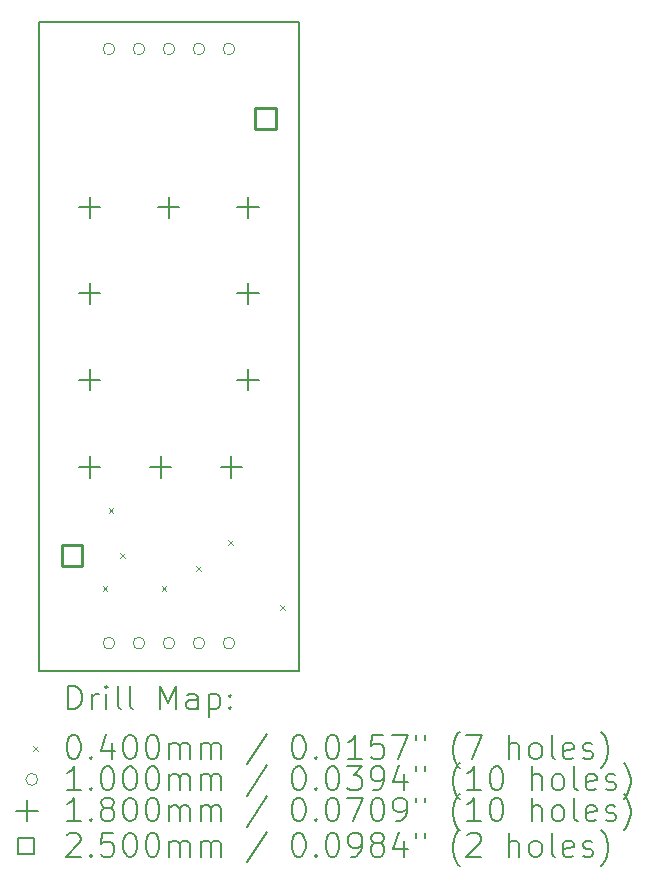
<source format=gbr>
%FSLAX45Y45*%
G04 Gerber Fmt 4.5, Leading zero omitted, Abs format (unit mm)*
G04 Created by KiCad (PCBNEW (6.0.5)) date 2022-08-24 21:54:44*
%MOMM*%
%LPD*%
G01*
G04 APERTURE LIST*
%TA.AperFunction,Profile*%
%ADD10C,0.200000*%
%TD*%
%ADD11C,0.200000*%
%ADD12C,0.040000*%
%ADD13C,0.100000*%
%ADD14C,0.180000*%
%ADD15C,0.250000*%
G04 APERTURE END LIST*
D10*
X15580000Y-5000000D02*
X17780000Y-5000000D01*
X17780000Y-5000000D02*
X17780000Y-10500000D01*
X17780000Y-10500000D02*
X15580000Y-10500000D01*
X15580000Y-10500000D02*
X15580000Y-5000000D01*
D11*
D12*
X16120000Y-9780000D02*
X16160000Y-9820000D01*
X16160000Y-9780000D02*
X16120000Y-9820000D01*
X16170000Y-9120000D02*
X16210000Y-9160000D01*
X16210000Y-9120000D02*
X16170000Y-9160000D01*
X16270000Y-9500000D02*
X16310000Y-9540000D01*
X16310000Y-9500000D02*
X16270000Y-9540000D01*
X16620000Y-9780000D02*
X16660000Y-9820000D01*
X16660000Y-9780000D02*
X16620000Y-9820000D01*
X16910000Y-9610000D02*
X16950000Y-9650000D01*
X16950000Y-9610000D02*
X16910000Y-9650000D01*
X17180000Y-9390000D02*
X17220000Y-9430000D01*
X17220000Y-9390000D02*
X17180000Y-9430000D01*
X17620000Y-9940000D02*
X17660000Y-9980000D01*
X17660000Y-9940000D02*
X17620000Y-9980000D01*
D13*
X16222500Y-5230000D02*
G75*
G03*
X16222500Y-5230000I-50000J0D01*
G01*
X16222500Y-10260000D02*
G75*
G03*
X16222500Y-10260000I-50000J0D01*
G01*
X16476500Y-5230000D02*
G75*
G03*
X16476500Y-5230000I-50000J0D01*
G01*
X16476500Y-10260000D02*
G75*
G03*
X16476500Y-10260000I-50000J0D01*
G01*
X16730500Y-5230000D02*
G75*
G03*
X16730500Y-5230000I-50000J0D01*
G01*
X16730500Y-10260000D02*
G75*
G03*
X16730500Y-10260000I-50000J0D01*
G01*
X16984500Y-5230000D02*
G75*
G03*
X16984500Y-5230000I-50000J0D01*
G01*
X16984500Y-10260000D02*
G75*
G03*
X16984500Y-10260000I-50000J0D01*
G01*
X17238500Y-5230000D02*
G75*
G03*
X17238500Y-5230000I-50000J0D01*
G01*
X17238500Y-10260000D02*
G75*
G03*
X17238500Y-10260000I-50000J0D01*
G01*
D14*
X16010000Y-6480000D02*
X16010000Y-6660000D01*
X15920000Y-6570000D02*
X16100000Y-6570000D01*
X16010000Y-7210000D02*
X16010000Y-7390000D01*
X15920000Y-7300000D02*
X16100000Y-7300000D01*
X16010000Y-7940000D02*
X16010000Y-8120000D01*
X15920000Y-8030000D02*
X16100000Y-8030000D01*
X16010000Y-8680000D02*
X16010000Y-8860000D01*
X15920000Y-8770000D02*
X16100000Y-8770000D01*
X16610000Y-8680000D02*
X16610000Y-8860000D01*
X16520000Y-8770000D02*
X16700000Y-8770000D01*
X16680000Y-6480000D02*
X16680000Y-6660000D01*
X16590000Y-6570000D02*
X16770000Y-6570000D01*
X17210000Y-8680000D02*
X17210000Y-8860000D01*
X17120000Y-8770000D02*
X17300000Y-8770000D01*
X17350000Y-6480000D02*
X17350000Y-6660000D01*
X17260000Y-6570000D02*
X17440000Y-6570000D01*
X17350000Y-7210000D02*
X17350000Y-7390000D01*
X17260000Y-7300000D02*
X17440000Y-7300000D01*
X17350000Y-7940000D02*
X17350000Y-8120000D01*
X17260000Y-8030000D02*
X17440000Y-8030000D01*
D15*
X15948389Y-9608389D02*
X15948389Y-9431611D01*
X15771611Y-9431611D01*
X15771611Y-9608389D01*
X15948389Y-9608389D01*
X17588389Y-5908389D02*
X17588389Y-5731611D01*
X17411611Y-5731611D01*
X17411611Y-5908389D01*
X17588389Y-5908389D01*
D11*
X15827619Y-10820476D02*
X15827619Y-10620476D01*
X15875238Y-10620476D01*
X15903809Y-10630000D01*
X15922857Y-10649048D01*
X15932381Y-10668095D01*
X15941905Y-10706190D01*
X15941905Y-10734762D01*
X15932381Y-10772857D01*
X15922857Y-10791905D01*
X15903809Y-10810952D01*
X15875238Y-10820476D01*
X15827619Y-10820476D01*
X16027619Y-10820476D02*
X16027619Y-10687143D01*
X16027619Y-10725238D02*
X16037143Y-10706190D01*
X16046667Y-10696667D01*
X16065714Y-10687143D01*
X16084762Y-10687143D01*
X16151428Y-10820476D02*
X16151428Y-10687143D01*
X16151428Y-10620476D02*
X16141905Y-10630000D01*
X16151428Y-10639524D01*
X16160952Y-10630000D01*
X16151428Y-10620476D01*
X16151428Y-10639524D01*
X16275238Y-10820476D02*
X16256190Y-10810952D01*
X16246667Y-10791905D01*
X16246667Y-10620476D01*
X16380000Y-10820476D02*
X16360952Y-10810952D01*
X16351428Y-10791905D01*
X16351428Y-10620476D01*
X16608571Y-10820476D02*
X16608571Y-10620476D01*
X16675238Y-10763333D01*
X16741905Y-10620476D01*
X16741905Y-10820476D01*
X16922857Y-10820476D02*
X16922857Y-10715714D01*
X16913333Y-10696667D01*
X16894286Y-10687143D01*
X16856190Y-10687143D01*
X16837143Y-10696667D01*
X16922857Y-10810952D02*
X16903810Y-10820476D01*
X16856190Y-10820476D01*
X16837143Y-10810952D01*
X16827619Y-10791905D01*
X16827619Y-10772857D01*
X16837143Y-10753810D01*
X16856190Y-10744286D01*
X16903810Y-10744286D01*
X16922857Y-10734762D01*
X17018095Y-10687143D02*
X17018095Y-10887143D01*
X17018095Y-10696667D02*
X17037143Y-10687143D01*
X17075238Y-10687143D01*
X17094286Y-10696667D01*
X17103810Y-10706190D01*
X17113333Y-10725238D01*
X17113333Y-10782381D01*
X17103810Y-10801429D01*
X17094286Y-10810952D01*
X17075238Y-10820476D01*
X17037143Y-10820476D01*
X17018095Y-10810952D01*
X17199048Y-10801429D02*
X17208571Y-10810952D01*
X17199048Y-10820476D01*
X17189524Y-10810952D01*
X17199048Y-10801429D01*
X17199048Y-10820476D01*
X17199048Y-10696667D02*
X17208571Y-10706190D01*
X17199048Y-10715714D01*
X17189524Y-10706190D01*
X17199048Y-10696667D01*
X17199048Y-10715714D01*
D12*
X15530000Y-11130000D02*
X15570000Y-11170000D01*
X15570000Y-11130000D02*
X15530000Y-11170000D01*
D11*
X15865714Y-11040476D02*
X15884762Y-11040476D01*
X15903809Y-11050000D01*
X15913333Y-11059524D01*
X15922857Y-11078571D01*
X15932381Y-11116667D01*
X15932381Y-11164286D01*
X15922857Y-11202381D01*
X15913333Y-11221428D01*
X15903809Y-11230952D01*
X15884762Y-11240476D01*
X15865714Y-11240476D01*
X15846667Y-11230952D01*
X15837143Y-11221428D01*
X15827619Y-11202381D01*
X15818095Y-11164286D01*
X15818095Y-11116667D01*
X15827619Y-11078571D01*
X15837143Y-11059524D01*
X15846667Y-11050000D01*
X15865714Y-11040476D01*
X16018095Y-11221428D02*
X16027619Y-11230952D01*
X16018095Y-11240476D01*
X16008571Y-11230952D01*
X16018095Y-11221428D01*
X16018095Y-11240476D01*
X16199048Y-11107143D02*
X16199048Y-11240476D01*
X16151428Y-11030952D02*
X16103809Y-11173810D01*
X16227619Y-11173810D01*
X16341905Y-11040476D02*
X16360952Y-11040476D01*
X16380000Y-11050000D01*
X16389524Y-11059524D01*
X16399048Y-11078571D01*
X16408571Y-11116667D01*
X16408571Y-11164286D01*
X16399048Y-11202381D01*
X16389524Y-11221428D01*
X16380000Y-11230952D01*
X16360952Y-11240476D01*
X16341905Y-11240476D01*
X16322857Y-11230952D01*
X16313333Y-11221428D01*
X16303809Y-11202381D01*
X16294286Y-11164286D01*
X16294286Y-11116667D01*
X16303809Y-11078571D01*
X16313333Y-11059524D01*
X16322857Y-11050000D01*
X16341905Y-11040476D01*
X16532381Y-11040476D02*
X16551428Y-11040476D01*
X16570476Y-11050000D01*
X16580000Y-11059524D01*
X16589524Y-11078571D01*
X16599048Y-11116667D01*
X16599048Y-11164286D01*
X16589524Y-11202381D01*
X16580000Y-11221428D01*
X16570476Y-11230952D01*
X16551428Y-11240476D01*
X16532381Y-11240476D01*
X16513333Y-11230952D01*
X16503809Y-11221428D01*
X16494286Y-11202381D01*
X16484762Y-11164286D01*
X16484762Y-11116667D01*
X16494286Y-11078571D01*
X16503809Y-11059524D01*
X16513333Y-11050000D01*
X16532381Y-11040476D01*
X16684762Y-11240476D02*
X16684762Y-11107143D01*
X16684762Y-11126190D02*
X16694286Y-11116667D01*
X16713333Y-11107143D01*
X16741905Y-11107143D01*
X16760952Y-11116667D01*
X16770476Y-11135714D01*
X16770476Y-11240476D01*
X16770476Y-11135714D02*
X16780000Y-11116667D01*
X16799048Y-11107143D01*
X16827619Y-11107143D01*
X16846667Y-11116667D01*
X16856190Y-11135714D01*
X16856190Y-11240476D01*
X16951429Y-11240476D02*
X16951429Y-11107143D01*
X16951429Y-11126190D02*
X16960952Y-11116667D01*
X16980000Y-11107143D01*
X17008571Y-11107143D01*
X17027619Y-11116667D01*
X17037143Y-11135714D01*
X17037143Y-11240476D01*
X17037143Y-11135714D02*
X17046667Y-11116667D01*
X17065714Y-11107143D01*
X17094286Y-11107143D01*
X17113333Y-11116667D01*
X17122857Y-11135714D01*
X17122857Y-11240476D01*
X17513333Y-11030952D02*
X17341905Y-11288095D01*
X17770476Y-11040476D02*
X17789524Y-11040476D01*
X17808571Y-11050000D01*
X17818095Y-11059524D01*
X17827619Y-11078571D01*
X17837143Y-11116667D01*
X17837143Y-11164286D01*
X17827619Y-11202381D01*
X17818095Y-11221428D01*
X17808571Y-11230952D01*
X17789524Y-11240476D01*
X17770476Y-11240476D01*
X17751429Y-11230952D01*
X17741905Y-11221428D01*
X17732381Y-11202381D01*
X17722857Y-11164286D01*
X17722857Y-11116667D01*
X17732381Y-11078571D01*
X17741905Y-11059524D01*
X17751429Y-11050000D01*
X17770476Y-11040476D01*
X17922857Y-11221428D02*
X17932381Y-11230952D01*
X17922857Y-11240476D01*
X17913333Y-11230952D01*
X17922857Y-11221428D01*
X17922857Y-11240476D01*
X18056190Y-11040476D02*
X18075238Y-11040476D01*
X18094286Y-11050000D01*
X18103810Y-11059524D01*
X18113333Y-11078571D01*
X18122857Y-11116667D01*
X18122857Y-11164286D01*
X18113333Y-11202381D01*
X18103810Y-11221428D01*
X18094286Y-11230952D01*
X18075238Y-11240476D01*
X18056190Y-11240476D01*
X18037143Y-11230952D01*
X18027619Y-11221428D01*
X18018095Y-11202381D01*
X18008571Y-11164286D01*
X18008571Y-11116667D01*
X18018095Y-11078571D01*
X18027619Y-11059524D01*
X18037143Y-11050000D01*
X18056190Y-11040476D01*
X18313333Y-11240476D02*
X18199048Y-11240476D01*
X18256190Y-11240476D02*
X18256190Y-11040476D01*
X18237143Y-11069048D01*
X18218095Y-11088095D01*
X18199048Y-11097619D01*
X18494286Y-11040476D02*
X18399048Y-11040476D01*
X18389524Y-11135714D01*
X18399048Y-11126190D01*
X18418095Y-11116667D01*
X18465714Y-11116667D01*
X18484762Y-11126190D01*
X18494286Y-11135714D01*
X18503810Y-11154762D01*
X18503810Y-11202381D01*
X18494286Y-11221428D01*
X18484762Y-11230952D01*
X18465714Y-11240476D01*
X18418095Y-11240476D01*
X18399048Y-11230952D01*
X18389524Y-11221428D01*
X18570476Y-11040476D02*
X18703810Y-11040476D01*
X18618095Y-11240476D01*
X18770476Y-11040476D02*
X18770476Y-11078571D01*
X18846667Y-11040476D02*
X18846667Y-11078571D01*
X19141905Y-11316667D02*
X19132381Y-11307143D01*
X19113333Y-11278571D01*
X19103810Y-11259524D01*
X19094286Y-11230952D01*
X19084762Y-11183333D01*
X19084762Y-11145238D01*
X19094286Y-11097619D01*
X19103810Y-11069048D01*
X19113333Y-11050000D01*
X19132381Y-11021429D01*
X19141905Y-11011905D01*
X19199048Y-11040476D02*
X19332381Y-11040476D01*
X19246667Y-11240476D01*
X19560952Y-11240476D02*
X19560952Y-11040476D01*
X19646667Y-11240476D02*
X19646667Y-11135714D01*
X19637143Y-11116667D01*
X19618095Y-11107143D01*
X19589524Y-11107143D01*
X19570476Y-11116667D01*
X19560952Y-11126190D01*
X19770476Y-11240476D02*
X19751429Y-11230952D01*
X19741905Y-11221428D01*
X19732381Y-11202381D01*
X19732381Y-11145238D01*
X19741905Y-11126190D01*
X19751429Y-11116667D01*
X19770476Y-11107143D01*
X19799048Y-11107143D01*
X19818095Y-11116667D01*
X19827619Y-11126190D01*
X19837143Y-11145238D01*
X19837143Y-11202381D01*
X19827619Y-11221428D01*
X19818095Y-11230952D01*
X19799048Y-11240476D01*
X19770476Y-11240476D01*
X19951429Y-11240476D02*
X19932381Y-11230952D01*
X19922857Y-11211905D01*
X19922857Y-11040476D01*
X20103810Y-11230952D02*
X20084762Y-11240476D01*
X20046667Y-11240476D01*
X20027619Y-11230952D01*
X20018095Y-11211905D01*
X20018095Y-11135714D01*
X20027619Y-11116667D01*
X20046667Y-11107143D01*
X20084762Y-11107143D01*
X20103810Y-11116667D01*
X20113333Y-11135714D01*
X20113333Y-11154762D01*
X20018095Y-11173810D01*
X20189524Y-11230952D02*
X20208571Y-11240476D01*
X20246667Y-11240476D01*
X20265714Y-11230952D01*
X20275238Y-11211905D01*
X20275238Y-11202381D01*
X20265714Y-11183333D01*
X20246667Y-11173810D01*
X20218095Y-11173810D01*
X20199048Y-11164286D01*
X20189524Y-11145238D01*
X20189524Y-11135714D01*
X20199048Y-11116667D01*
X20218095Y-11107143D01*
X20246667Y-11107143D01*
X20265714Y-11116667D01*
X20341905Y-11316667D02*
X20351429Y-11307143D01*
X20370476Y-11278571D01*
X20380000Y-11259524D01*
X20389524Y-11230952D01*
X20399048Y-11183333D01*
X20399048Y-11145238D01*
X20389524Y-11097619D01*
X20380000Y-11069048D01*
X20370476Y-11050000D01*
X20351429Y-11021429D01*
X20341905Y-11011905D01*
D13*
X15570000Y-11414000D02*
G75*
G03*
X15570000Y-11414000I-50000J0D01*
G01*
D11*
X15932381Y-11504476D02*
X15818095Y-11504476D01*
X15875238Y-11504476D02*
X15875238Y-11304476D01*
X15856190Y-11333048D01*
X15837143Y-11352095D01*
X15818095Y-11361619D01*
X16018095Y-11485428D02*
X16027619Y-11494952D01*
X16018095Y-11504476D01*
X16008571Y-11494952D01*
X16018095Y-11485428D01*
X16018095Y-11504476D01*
X16151428Y-11304476D02*
X16170476Y-11304476D01*
X16189524Y-11314000D01*
X16199048Y-11323524D01*
X16208571Y-11342571D01*
X16218095Y-11380667D01*
X16218095Y-11428286D01*
X16208571Y-11466381D01*
X16199048Y-11485428D01*
X16189524Y-11494952D01*
X16170476Y-11504476D01*
X16151428Y-11504476D01*
X16132381Y-11494952D01*
X16122857Y-11485428D01*
X16113333Y-11466381D01*
X16103809Y-11428286D01*
X16103809Y-11380667D01*
X16113333Y-11342571D01*
X16122857Y-11323524D01*
X16132381Y-11314000D01*
X16151428Y-11304476D01*
X16341905Y-11304476D02*
X16360952Y-11304476D01*
X16380000Y-11314000D01*
X16389524Y-11323524D01*
X16399048Y-11342571D01*
X16408571Y-11380667D01*
X16408571Y-11428286D01*
X16399048Y-11466381D01*
X16389524Y-11485428D01*
X16380000Y-11494952D01*
X16360952Y-11504476D01*
X16341905Y-11504476D01*
X16322857Y-11494952D01*
X16313333Y-11485428D01*
X16303809Y-11466381D01*
X16294286Y-11428286D01*
X16294286Y-11380667D01*
X16303809Y-11342571D01*
X16313333Y-11323524D01*
X16322857Y-11314000D01*
X16341905Y-11304476D01*
X16532381Y-11304476D02*
X16551428Y-11304476D01*
X16570476Y-11314000D01*
X16580000Y-11323524D01*
X16589524Y-11342571D01*
X16599048Y-11380667D01*
X16599048Y-11428286D01*
X16589524Y-11466381D01*
X16580000Y-11485428D01*
X16570476Y-11494952D01*
X16551428Y-11504476D01*
X16532381Y-11504476D01*
X16513333Y-11494952D01*
X16503809Y-11485428D01*
X16494286Y-11466381D01*
X16484762Y-11428286D01*
X16484762Y-11380667D01*
X16494286Y-11342571D01*
X16503809Y-11323524D01*
X16513333Y-11314000D01*
X16532381Y-11304476D01*
X16684762Y-11504476D02*
X16684762Y-11371143D01*
X16684762Y-11390190D02*
X16694286Y-11380667D01*
X16713333Y-11371143D01*
X16741905Y-11371143D01*
X16760952Y-11380667D01*
X16770476Y-11399714D01*
X16770476Y-11504476D01*
X16770476Y-11399714D02*
X16780000Y-11380667D01*
X16799048Y-11371143D01*
X16827619Y-11371143D01*
X16846667Y-11380667D01*
X16856190Y-11399714D01*
X16856190Y-11504476D01*
X16951429Y-11504476D02*
X16951429Y-11371143D01*
X16951429Y-11390190D02*
X16960952Y-11380667D01*
X16980000Y-11371143D01*
X17008571Y-11371143D01*
X17027619Y-11380667D01*
X17037143Y-11399714D01*
X17037143Y-11504476D01*
X17037143Y-11399714D02*
X17046667Y-11380667D01*
X17065714Y-11371143D01*
X17094286Y-11371143D01*
X17113333Y-11380667D01*
X17122857Y-11399714D01*
X17122857Y-11504476D01*
X17513333Y-11294952D02*
X17341905Y-11552095D01*
X17770476Y-11304476D02*
X17789524Y-11304476D01*
X17808571Y-11314000D01*
X17818095Y-11323524D01*
X17827619Y-11342571D01*
X17837143Y-11380667D01*
X17837143Y-11428286D01*
X17827619Y-11466381D01*
X17818095Y-11485428D01*
X17808571Y-11494952D01*
X17789524Y-11504476D01*
X17770476Y-11504476D01*
X17751429Y-11494952D01*
X17741905Y-11485428D01*
X17732381Y-11466381D01*
X17722857Y-11428286D01*
X17722857Y-11380667D01*
X17732381Y-11342571D01*
X17741905Y-11323524D01*
X17751429Y-11314000D01*
X17770476Y-11304476D01*
X17922857Y-11485428D02*
X17932381Y-11494952D01*
X17922857Y-11504476D01*
X17913333Y-11494952D01*
X17922857Y-11485428D01*
X17922857Y-11504476D01*
X18056190Y-11304476D02*
X18075238Y-11304476D01*
X18094286Y-11314000D01*
X18103810Y-11323524D01*
X18113333Y-11342571D01*
X18122857Y-11380667D01*
X18122857Y-11428286D01*
X18113333Y-11466381D01*
X18103810Y-11485428D01*
X18094286Y-11494952D01*
X18075238Y-11504476D01*
X18056190Y-11504476D01*
X18037143Y-11494952D01*
X18027619Y-11485428D01*
X18018095Y-11466381D01*
X18008571Y-11428286D01*
X18008571Y-11380667D01*
X18018095Y-11342571D01*
X18027619Y-11323524D01*
X18037143Y-11314000D01*
X18056190Y-11304476D01*
X18189524Y-11304476D02*
X18313333Y-11304476D01*
X18246667Y-11380667D01*
X18275238Y-11380667D01*
X18294286Y-11390190D01*
X18303810Y-11399714D01*
X18313333Y-11418762D01*
X18313333Y-11466381D01*
X18303810Y-11485428D01*
X18294286Y-11494952D01*
X18275238Y-11504476D01*
X18218095Y-11504476D01*
X18199048Y-11494952D01*
X18189524Y-11485428D01*
X18408571Y-11504476D02*
X18446667Y-11504476D01*
X18465714Y-11494952D01*
X18475238Y-11485428D01*
X18494286Y-11456857D01*
X18503810Y-11418762D01*
X18503810Y-11342571D01*
X18494286Y-11323524D01*
X18484762Y-11314000D01*
X18465714Y-11304476D01*
X18427619Y-11304476D01*
X18408571Y-11314000D01*
X18399048Y-11323524D01*
X18389524Y-11342571D01*
X18389524Y-11390190D01*
X18399048Y-11409238D01*
X18408571Y-11418762D01*
X18427619Y-11428286D01*
X18465714Y-11428286D01*
X18484762Y-11418762D01*
X18494286Y-11409238D01*
X18503810Y-11390190D01*
X18675238Y-11371143D02*
X18675238Y-11504476D01*
X18627619Y-11294952D02*
X18580000Y-11437809D01*
X18703810Y-11437809D01*
X18770476Y-11304476D02*
X18770476Y-11342571D01*
X18846667Y-11304476D02*
X18846667Y-11342571D01*
X19141905Y-11580667D02*
X19132381Y-11571143D01*
X19113333Y-11542571D01*
X19103810Y-11523524D01*
X19094286Y-11494952D01*
X19084762Y-11447333D01*
X19084762Y-11409238D01*
X19094286Y-11361619D01*
X19103810Y-11333048D01*
X19113333Y-11314000D01*
X19132381Y-11285428D01*
X19141905Y-11275905D01*
X19322857Y-11504476D02*
X19208571Y-11504476D01*
X19265714Y-11504476D02*
X19265714Y-11304476D01*
X19246667Y-11333048D01*
X19227619Y-11352095D01*
X19208571Y-11361619D01*
X19446667Y-11304476D02*
X19465714Y-11304476D01*
X19484762Y-11314000D01*
X19494286Y-11323524D01*
X19503810Y-11342571D01*
X19513333Y-11380667D01*
X19513333Y-11428286D01*
X19503810Y-11466381D01*
X19494286Y-11485428D01*
X19484762Y-11494952D01*
X19465714Y-11504476D01*
X19446667Y-11504476D01*
X19427619Y-11494952D01*
X19418095Y-11485428D01*
X19408571Y-11466381D01*
X19399048Y-11428286D01*
X19399048Y-11380667D01*
X19408571Y-11342571D01*
X19418095Y-11323524D01*
X19427619Y-11314000D01*
X19446667Y-11304476D01*
X19751429Y-11504476D02*
X19751429Y-11304476D01*
X19837143Y-11504476D02*
X19837143Y-11399714D01*
X19827619Y-11380667D01*
X19808571Y-11371143D01*
X19780000Y-11371143D01*
X19760952Y-11380667D01*
X19751429Y-11390190D01*
X19960952Y-11504476D02*
X19941905Y-11494952D01*
X19932381Y-11485428D01*
X19922857Y-11466381D01*
X19922857Y-11409238D01*
X19932381Y-11390190D01*
X19941905Y-11380667D01*
X19960952Y-11371143D01*
X19989524Y-11371143D01*
X20008571Y-11380667D01*
X20018095Y-11390190D01*
X20027619Y-11409238D01*
X20027619Y-11466381D01*
X20018095Y-11485428D01*
X20008571Y-11494952D01*
X19989524Y-11504476D01*
X19960952Y-11504476D01*
X20141905Y-11504476D02*
X20122857Y-11494952D01*
X20113333Y-11475905D01*
X20113333Y-11304476D01*
X20294286Y-11494952D02*
X20275238Y-11504476D01*
X20237143Y-11504476D01*
X20218095Y-11494952D01*
X20208571Y-11475905D01*
X20208571Y-11399714D01*
X20218095Y-11380667D01*
X20237143Y-11371143D01*
X20275238Y-11371143D01*
X20294286Y-11380667D01*
X20303810Y-11399714D01*
X20303810Y-11418762D01*
X20208571Y-11437809D01*
X20380000Y-11494952D02*
X20399048Y-11504476D01*
X20437143Y-11504476D01*
X20456190Y-11494952D01*
X20465714Y-11475905D01*
X20465714Y-11466381D01*
X20456190Y-11447333D01*
X20437143Y-11437809D01*
X20408571Y-11437809D01*
X20389524Y-11428286D01*
X20380000Y-11409238D01*
X20380000Y-11399714D01*
X20389524Y-11380667D01*
X20408571Y-11371143D01*
X20437143Y-11371143D01*
X20456190Y-11380667D01*
X20532381Y-11580667D02*
X20541905Y-11571143D01*
X20560952Y-11542571D01*
X20570476Y-11523524D01*
X20580000Y-11494952D01*
X20589524Y-11447333D01*
X20589524Y-11409238D01*
X20580000Y-11361619D01*
X20570476Y-11333048D01*
X20560952Y-11314000D01*
X20541905Y-11285428D01*
X20532381Y-11275905D01*
D14*
X15480000Y-11588000D02*
X15480000Y-11768000D01*
X15390000Y-11678000D02*
X15570000Y-11678000D01*
D11*
X15932381Y-11768476D02*
X15818095Y-11768476D01*
X15875238Y-11768476D02*
X15875238Y-11568476D01*
X15856190Y-11597048D01*
X15837143Y-11616095D01*
X15818095Y-11625619D01*
X16018095Y-11749428D02*
X16027619Y-11758952D01*
X16018095Y-11768476D01*
X16008571Y-11758952D01*
X16018095Y-11749428D01*
X16018095Y-11768476D01*
X16141905Y-11654190D02*
X16122857Y-11644667D01*
X16113333Y-11635143D01*
X16103809Y-11616095D01*
X16103809Y-11606571D01*
X16113333Y-11587524D01*
X16122857Y-11578000D01*
X16141905Y-11568476D01*
X16180000Y-11568476D01*
X16199048Y-11578000D01*
X16208571Y-11587524D01*
X16218095Y-11606571D01*
X16218095Y-11616095D01*
X16208571Y-11635143D01*
X16199048Y-11644667D01*
X16180000Y-11654190D01*
X16141905Y-11654190D01*
X16122857Y-11663714D01*
X16113333Y-11673238D01*
X16103809Y-11692286D01*
X16103809Y-11730381D01*
X16113333Y-11749428D01*
X16122857Y-11758952D01*
X16141905Y-11768476D01*
X16180000Y-11768476D01*
X16199048Y-11758952D01*
X16208571Y-11749428D01*
X16218095Y-11730381D01*
X16218095Y-11692286D01*
X16208571Y-11673238D01*
X16199048Y-11663714D01*
X16180000Y-11654190D01*
X16341905Y-11568476D02*
X16360952Y-11568476D01*
X16380000Y-11578000D01*
X16389524Y-11587524D01*
X16399048Y-11606571D01*
X16408571Y-11644667D01*
X16408571Y-11692286D01*
X16399048Y-11730381D01*
X16389524Y-11749428D01*
X16380000Y-11758952D01*
X16360952Y-11768476D01*
X16341905Y-11768476D01*
X16322857Y-11758952D01*
X16313333Y-11749428D01*
X16303809Y-11730381D01*
X16294286Y-11692286D01*
X16294286Y-11644667D01*
X16303809Y-11606571D01*
X16313333Y-11587524D01*
X16322857Y-11578000D01*
X16341905Y-11568476D01*
X16532381Y-11568476D02*
X16551428Y-11568476D01*
X16570476Y-11578000D01*
X16580000Y-11587524D01*
X16589524Y-11606571D01*
X16599048Y-11644667D01*
X16599048Y-11692286D01*
X16589524Y-11730381D01*
X16580000Y-11749428D01*
X16570476Y-11758952D01*
X16551428Y-11768476D01*
X16532381Y-11768476D01*
X16513333Y-11758952D01*
X16503809Y-11749428D01*
X16494286Y-11730381D01*
X16484762Y-11692286D01*
X16484762Y-11644667D01*
X16494286Y-11606571D01*
X16503809Y-11587524D01*
X16513333Y-11578000D01*
X16532381Y-11568476D01*
X16684762Y-11768476D02*
X16684762Y-11635143D01*
X16684762Y-11654190D02*
X16694286Y-11644667D01*
X16713333Y-11635143D01*
X16741905Y-11635143D01*
X16760952Y-11644667D01*
X16770476Y-11663714D01*
X16770476Y-11768476D01*
X16770476Y-11663714D02*
X16780000Y-11644667D01*
X16799048Y-11635143D01*
X16827619Y-11635143D01*
X16846667Y-11644667D01*
X16856190Y-11663714D01*
X16856190Y-11768476D01*
X16951429Y-11768476D02*
X16951429Y-11635143D01*
X16951429Y-11654190D02*
X16960952Y-11644667D01*
X16980000Y-11635143D01*
X17008571Y-11635143D01*
X17027619Y-11644667D01*
X17037143Y-11663714D01*
X17037143Y-11768476D01*
X17037143Y-11663714D02*
X17046667Y-11644667D01*
X17065714Y-11635143D01*
X17094286Y-11635143D01*
X17113333Y-11644667D01*
X17122857Y-11663714D01*
X17122857Y-11768476D01*
X17513333Y-11558952D02*
X17341905Y-11816095D01*
X17770476Y-11568476D02*
X17789524Y-11568476D01*
X17808571Y-11578000D01*
X17818095Y-11587524D01*
X17827619Y-11606571D01*
X17837143Y-11644667D01*
X17837143Y-11692286D01*
X17827619Y-11730381D01*
X17818095Y-11749428D01*
X17808571Y-11758952D01*
X17789524Y-11768476D01*
X17770476Y-11768476D01*
X17751429Y-11758952D01*
X17741905Y-11749428D01*
X17732381Y-11730381D01*
X17722857Y-11692286D01*
X17722857Y-11644667D01*
X17732381Y-11606571D01*
X17741905Y-11587524D01*
X17751429Y-11578000D01*
X17770476Y-11568476D01*
X17922857Y-11749428D02*
X17932381Y-11758952D01*
X17922857Y-11768476D01*
X17913333Y-11758952D01*
X17922857Y-11749428D01*
X17922857Y-11768476D01*
X18056190Y-11568476D02*
X18075238Y-11568476D01*
X18094286Y-11578000D01*
X18103810Y-11587524D01*
X18113333Y-11606571D01*
X18122857Y-11644667D01*
X18122857Y-11692286D01*
X18113333Y-11730381D01*
X18103810Y-11749428D01*
X18094286Y-11758952D01*
X18075238Y-11768476D01*
X18056190Y-11768476D01*
X18037143Y-11758952D01*
X18027619Y-11749428D01*
X18018095Y-11730381D01*
X18008571Y-11692286D01*
X18008571Y-11644667D01*
X18018095Y-11606571D01*
X18027619Y-11587524D01*
X18037143Y-11578000D01*
X18056190Y-11568476D01*
X18189524Y-11568476D02*
X18322857Y-11568476D01*
X18237143Y-11768476D01*
X18437143Y-11568476D02*
X18456190Y-11568476D01*
X18475238Y-11578000D01*
X18484762Y-11587524D01*
X18494286Y-11606571D01*
X18503810Y-11644667D01*
X18503810Y-11692286D01*
X18494286Y-11730381D01*
X18484762Y-11749428D01*
X18475238Y-11758952D01*
X18456190Y-11768476D01*
X18437143Y-11768476D01*
X18418095Y-11758952D01*
X18408571Y-11749428D01*
X18399048Y-11730381D01*
X18389524Y-11692286D01*
X18389524Y-11644667D01*
X18399048Y-11606571D01*
X18408571Y-11587524D01*
X18418095Y-11578000D01*
X18437143Y-11568476D01*
X18599048Y-11768476D02*
X18637143Y-11768476D01*
X18656190Y-11758952D01*
X18665714Y-11749428D01*
X18684762Y-11720857D01*
X18694286Y-11682762D01*
X18694286Y-11606571D01*
X18684762Y-11587524D01*
X18675238Y-11578000D01*
X18656190Y-11568476D01*
X18618095Y-11568476D01*
X18599048Y-11578000D01*
X18589524Y-11587524D01*
X18580000Y-11606571D01*
X18580000Y-11654190D01*
X18589524Y-11673238D01*
X18599048Y-11682762D01*
X18618095Y-11692286D01*
X18656190Y-11692286D01*
X18675238Y-11682762D01*
X18684762Y-11673238D01*
X18694286Y-11654190D01*
X18770476Y-11568476D02*
X18770476Y-11606571D01*
X18846667Y-11568476D02*
X18846667Y-11606571D01*
X19141905Y-11844667D02*
X19132381Y-11835143D01*
X19113333Y-11806571D01*
X19103810Y-11787524D01*
X19094286Y-11758952D01*
X19084762Y-11711333D01*
X19084762Y-11673238D01*
X19094286Y-11625619D01*
X19103810Y-11597048D01*
X19113333Y-11578000D01*
X19132381Y-11549428D01*
X19141905Y-11539905D01*
X19322857Y-11768476D02*
X19208571Y-11768476D01*
X19265714Y-11768476D02*
X19265714Y-11568476D01*
X19246667Y-11597048D01*
X19227619Y-11616095D01*
X19208571Y-11625619D01*
X19446667Y-11568476D02*
X19465714Y-11568476D01*
X19484762Y-11578000D01*
X19494286Y-11587524D01*
X19503810Y-11606571D01*
X19513333Y-11644667D01*
X19513333Y-11692286D01*
X19503810Y-11730381D01*
X19494286Y-11749428D01*
X19484762Y-11758952D01*
X19465714Y-11768476D01*
X19446667Y-11768476D01*
X19427619Y-11758952D01*
X19418095Y-11749428D01*
X19408571Y-11730381D01*
X19399048Y-11692286D01*
X19399048Y-11644667D01*
X19408571Y-11606571D01*
X19418095Y-11587524D01*
X19427619Y-11578000D01*
X19446667Y-11568476D01*
X19751429Y-11768476D02*
X19751429Y-11568476D01*
X19837143Y-11768476D02*
X19837143Y-11663714D01*
X19827619Y-11644667D01*
X19808571Y-11635143D01*
X19780000Y-11635143D01*
X19760952Y-11644667D01*
X19751429Y-11654190D01*
X19960952Y-11768476D02*
X19941905Y-11758952D01*
X19932381Y-11749428D01*
X19922857Y-11730381D01*
X19922857Y-11673238D01*
X19932381Y-11654190D01*
X19941905Y-11644667D01*
X19960952Y-11635143D01*
X19989524Y-11635143D01*
X20008571Y-11644667D01*
X20018095Y-11654190D01*
X20027619Y-11673238D01*
X20027619Y-11730381D01*
X20018095Y-11749428D01*
X20008571Y-11758952D01*
X19989524Y-11768476D01*
X19960952Y-11768476D01*
X20141905Y-11768476D02*
X20122857Y-11758952D01*
X20113333Y-11739905D01*
X20113333Y-11568476D01*
X20294286Y-11758952D02*
X20275238Y-11768476D01*
X20237143Y-11768476D01*
X20218095Y-11758952D01*
X20208571Y-11739905D01*
X20208571Y-11663714D01*
X20218095Y-11644667D01*
X20237143Y-11635143D01*
X20275238Y-11635143D01*
X20294286Y-11644667D01*
X20303810Y-11663714D01*
X20303810Y-11682762D01*
X20208571Y-11701809D01*
X20380000Y-11758952D02*
X20399048Y-11768476D01*
X20437143Y-11768476D01*
X20456190Y-11758952D01*
X20465714Y-11739905D01*
X20465714Y-11730381D01*
X20456190Y-11711333D01*
X20437143Y-11701809D01*
X20408571Y-11701809D01*
X20389524Y-11692286D01*
X20380000Y-11673238D01*
X20380000Y-11663714D01*
X20389524Y-11644667D01*
X20408571Y-11635143D01*
X20437143Y-11635143D01*
X20456190Y-11644667D01*
X20532381Y-11844667D02*
X20541905Y-11835143D01*
X20560952Y-11806571D01*
X20570476Y-11787524D01*
X20580000Y-11758952D01*
X20589524Y-11711333D01*
X20589524Y-11673238D01*
X20580000Y-11625619D01*
X20570476Y-11597048D01*
X20560952Y-11578000D01*
X20541905Y-11549428D01*
X20532381Y-11539905D01*
X15540711Y-12048711D02*
X15540711Y-11907289D01*
X15399289Y-11907289D01*
X15399289Y-12048711D01*
X15540711Y-12048711D01*
X15818095Y-11887524D02*
X15827619Y-11878000D01*
X15846667Y-11868476D01*
X15894286Y-11868476D01*
X15913333Y-11878000D01*
X15922857Y-11887524D01*
X15932381Y-11906571D01*
X15932381Y-11925619D01*
X15922857Y-11954190D01*
X15808571Y-12068476D01*
X15932381Y-12068476D01*
X16018095Y-12049428D02*
X16027619Y-12058952D01*
X16018095Y-12068476D01*
X16008571Y-12058952D01*
X16018095Y-12049428D01*
X16018095Y-12068476D01*
X16208571Y-11868476D02*
X16113333Y-11868476D01*
X16103809Y-11963714D01*
X16113333Y-11954190D01*
X16132381Y-11944667D01*
X16180000Y-11944667D01*
X16199048Y-11954190D01*
X16208571Y-11963714D01*
X16218095Y-11982762D01*
X16218095Y-12030381D01*
X16208571Y-12049428D01*
X16199048Y-12058952D01*
X16180000Y-12068476D01*
X16132381Y-12068476D01*
X16113333Y-12058952D01*
X16103809Y-12049428D01*
X16341905Y-11868476D02*
X16360952Y-11868476D01*
X16380000Y-11878000D01*
X16389524Y-11887524D01*
X16399048Y-11906571D01*
X16408571Y-11944667D01*
X16408571Y-11992286D01*
X16399048Y-12030381D01*
X16389524Y-12049428D01*
X16380000Y-12058952D01*
X16360952Y-12068476D01*
X16341905Y-12068476D01*
X16322857Y-12058952D01*
X16313333Y-12049428D01*
X16303809Y-12030381D01*
X16294286Y-11992286D01*
X16294286Y-11944667D01*
X16303809Y-11906571D01*
X16313333Y-11887524D01*
X16322857Y-11878000D01*
X16341905Y-11868476D01*
X16532381Y-11868476D02*
X16551428Y-11868476D01*
X16570476Y-11878000D01*
X16580000Y-11887524D01*
X16589524Y-11906571D01*
X16599048Y-11944667D01*
X16599048Y-11992286D01*
X16589524Y-12030381D01*
X16580000Y-12049428D01*
X16570476Y-12058952D01*
X16551428Y-12068476D01*
X16532381Y-12068476D01*
X16513333Y-12058952D01*
X16503809Y-12049428D01*
X16494286Y-12030381D01*
X16484762Y-11992286D01*
X16484762Y-11944667D01*
X16494286Y-11906571D01*
X16503809Y-11887524D01*
X16513333Y-11878000D01*
X16532381Y-11868476D01*
X16684762Y-12068476D02*
X16684762Y-11935143D01*
X16684762Y-11954190D02*
X16694286Y-11944667D01*
X16713333Y-11935143D01*
X16741905Y-11935143D01*
X16760952Y-11944667D01*
X16770476Y-11963714D01*
X16770476Y-12068476D01*
X16770476Y-11963714D02*
X16780000Y-11944667D01*
X16799048Y-11935143D01*
X16827619Y-11935143D01*
X16846667Y-11944667D01*
X16856190Y-11963714D01*
X16856190Y-12068476D01*
X16951429Y-12068476D02*
X16951429Y-11935143D01*
X16951429Y-11954190D02*
X16960952Y-11944667D01*
X16980000Y-11935143D01*
X17008571Y-11935143D01*
X17027619Y-11944667D01*
X17037143Y-11963714D01*
X17037143Y-12068476D01*
X17037143Y-11963714D02*
X17046667Y-11944667D01*
X17065714Y-11935143D01*
X17094286Y-11935143D01*
X17113333Y-11944667D01*
X17122857Y-11963714D01*
X17122857Y-12068476D01*
X17513333Y-11858952D02*
X17341905Y-12116095D01*
X17770476Y-11868476D02*
X17789524Y-11868476D01*
X17808571Y-11878000D01*
X17818095Y-11887524D01*
X17827619Y-11906571D01*
X17837143Y-11944667D01*
X17837143Y-11992286D01*
X17827619Y-12030381D01*
X17818095Y-12049428D01*
X17808571Y-12058952D01*
X17789524Y-12068476D01*
X17770476Y-12068476D01*
X17751429Y-12058952D01*
X17741905Y-12049428D01*
X17732381Y-12030381D01*
X17722857Y-11992286D01*
X17722857Y-11944667D01*
X17732381Y-11906571D01*
X17741905Y-11887524D01*
X17751429Y-11878000D01*
X17770476Y-11868476D01*
X17922857Y-12049428D02*
X17932381Y-12058952D01*
X17922857Y-12068476D01*
X17913333Y-12058952D01*
X17922857Y-12049428D01*
X17922857Y-12068476D01*
X18056190Y-11868476D02*
X18075238Y-11868476D01*
X18094286Y-11878000D01*
X18103810Y-11887524D01*
X18113333Y-11906571D01*
X18122857Y-11944667D01*
X18122857Y-11992286D01*
X18113333Y-12030381D01*
X18103810Y-12049428D01*
X18094286Y-12058952D01*
X18075238Y-12068476D01*
X18056190Y-12068476D01*
X18037143Y-12058952D01*
X18027619Y-12049428D01*
X18018095Y-12030381D01*
X18008571Y-11992286D01*
X18008571Y-11944667D01*
X18018095Y-11906571D01*
X18027619Y-11887524D01*
X18037143Y-11878000D01*
X18056190Y-11868476D01*
X18218095Y-12068476D02*
X18256190Y-12068476D01*
X18275238Y-12058952D01*
X18284762Y-12049428D01*
X18303810Y-12020857D01*
X18313333Y-11982762D01*
X18313333Y-11906571D01*
X18303810Y-11887524D01*
X18294286Y-11878000D01*
X18275238Y-11868476D01*
X18237143Y-11868476D01*
X18218095Y-11878000D01*
X18208571Y-11887524D01*
X18199048Y-11906571D01*
X18199048Y-11954190D01*
X18208571Y-11973238D01*
X18218095Y-11982762D01*
X18237143Y-11992286D01*
X18275238Y-11992286D01*
X18294286Y-11982762D01*
X18303810Y-11973238D01*
X18313333Y-11954190D01*
X18427619Y-11954190D02*
X18408571Y-11944667D01*
X18399048Y-11935143D01*
X18389524Y-11916095D01*
X18389524Y-11906571D01*
X18399048Y-11887524D01*
X18408571Y-11878000D01*
X18427619Y-11868476D01*
X18465714Y-11868476D01*
X18484762Y-11878000D01*
X18494286Y-11887524D01*
X18503810Y-11906571D01*
X18503810Y-11916095D01*
X18494286Y-11935143D01*
X18484762Y-11944667D01*
X18465714Y-11954190D01*
X18427619Y-11954190D01*
X18408571Y-11963714D01*
X18399048Y-11973238D01*
X18389524Y-11992286D01*
X18389524Y-12030381D01*
X18399048Y-12049428D01*
X18408571Y-12058952D01*
X18427619Y-12068476D01*
X18465714Y-12068476D01*
X18484762Y-12058952D01*
X18494286Y-12049428D01*
X18503810Y-12030381D01*
X18503810Y-11992286D01*
X18494286Y-11973238D01*
X18484762Y-11963714D01*
X18465714Y-11954190D01*
X18675238Y-11935143D02*
X18675238Y-12068476D01*
X18627619Y-11858952D02*
X18580000Y-12001809D01*
X18703810Y-12001809D01*
X18770476Y-11868476D02*
X18770476Y-11906571D01*
X18846667Y-11868476D02*
X18846667Y-11906571D01*
X19141905Y-12144667D02*
X19132381Y-12135143D01*
X19113333Y-12106571D01*
X19103810Y-12087524D01*
X19094286Y-12058952D01*
X19084762Y-12011333D01*
X19084762Y-11973238D01*
X19094286Y-11925619D01*
X19103810Y-11897048D01*
X19113333Y-11878000D01*
X19132381Y-11849428D01*
X19141905Y-11839905D01*
X19208571Y-11887524D02*
X19218095Y-11878000D01*
X19237143Y-11868476D01*
X19284762Y-11868476D01*
X19303810Y-11878000D01*
X19313333Y-11887524D01*
X19322857Y-11906571D01*
X19322857Y-11925619D01*
X19313333Y-11954190D01*
X19199048Y-12068476D01*
X19322857Y-12068476D01*
X19560952Y-12068476D02*
X19560952Y-11868476D01*
X19646667Y-12068476D02*
X19646667Y-11963714D01*
X19637143Y-11944667D01*
X19618095Y-11935143D01*
X19589524Y-11935143D01*
X19570476Y-11944667D01*
X19560952Y-11954190D01*
X19770476Y-12068476D02*
X19751429Y-12058952D01*
X19741905Y-12049428D01*
X19732381Y-12030381D01*
X19732381Y-11973238D01*
X19741905Y-11954190D01*
X19751429Y-11944667D01*
X19770476Y-11935143D01*
X19799048Y-11935143D01*
X19818095Y-11944667D01*
X19827619Y-11954190D01*
X19837143Y-11973238D01*
X19837143Y-12030381D01*
X19827619Y-12049428D01*
X19818095Y-12058952D01*
X19799048Y-12068476D01*
X19770476Y-12068476D01*
X19951429Y-12068476D02*
X19932381Y-12058952D01*
X19922857Y-12039905D01*
X19922857Y-11868476D01*
X20103810Y-12058952D02*
X20084762Y-12068476D01*
X20046667Y-12068476D01*
X20027619Y-12058952D01*
X20018095Y-12039905D01*
X20018095Y-11963714D01*
X20027619Y-11944667D01*
X20046667Y-11935143D01*
X20084762Y-11935143D01*
X20103810Y-11944667D01*
X20113333Y-11963714D01*
X20113333Y-11982762D01*
X20018095Y-12001809D01*
X20189524Y-12058952D02*
X20208571Y-12068476D01*
X20246667Y-12068476D01*
X20265714Y-12058952D01*
X20275238Y-12039905D01*
X20275238Y-12030381D01*
X20265714Y-12011333D01*
X20246667Y-12001809D01*
X20218095Y-12001809D01*
X20199048Y-11992286D01*
X20189524Y-11973238D01*
X20189524Y-11963714D01*
X20199048Y-11944667D01*
X20218095Y-11935143D01*
X20246667Y-11935143D01*
X20265714Y-11944667D01*
X20341905Y-12144667D02*
X20351429Y-12135143D01*
X20370476Y-12106571D01*
X20380000Y-12087524D01*
X20389524Y-12058952D01*
X20399048Y-12011333D01*
X20399048Y-11973238D01*
X20389524Y-11925619D01*
X20380000Y-11897048D01*
X20370476Y-11878000D01*
X20351429Y-11849428D01*
X20341905Y-11839905D01*
M02*

</source>
